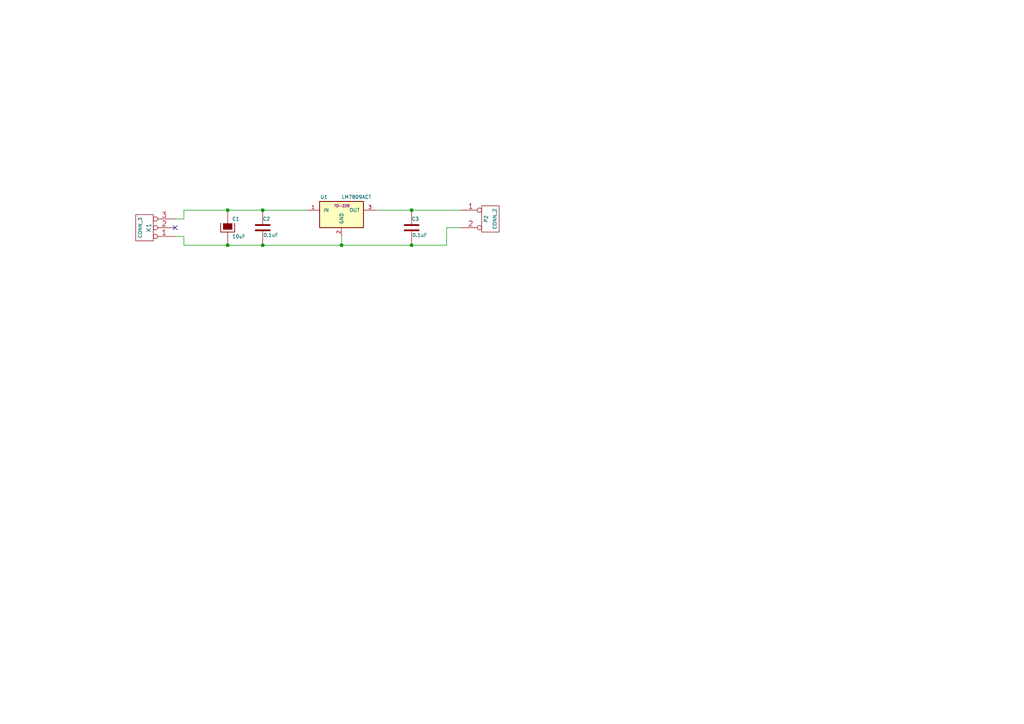
<source format=kicad_sch>
(kicad_sch (version 20230121) (generator eeschema)
  (paper "A4")
  (title_block (title "9V Power Adapator") (comment 1 "Quentin McDonald"))
  (lib_symbols
    (symbol "9VAdapator-rescue:C" (pin_numbers hide) (pin_names (offset 0.254))
      (property "Reference" "C" (at 0 2.54 0))
      (property "Value" "C" (at 0.1524 -2.159 0))
      (symbol "C_0_1"
        (polyline (pts (xy -2.032 -0.762) (xy 2.032 -0.762)) (stroke (width 0.508)))
        (polyline (pts (xy -2.032 0.762) (xy 2.032 0.762)) (stroke (width 0.508)))
      )
      (symbol "C_1_1"
        (pin passive line (at 0 5.08 270) (length 4.318) (name "~") (number "1"))
        (pin passive line (at 0 -5.08 90) (length 4.318) (name "~") (number "2"))
      )
    )
    (symbol "9VAdapator-rescue:CONN_2" (pin_names (offset 1.016) hide)
      (property "Reference" "P" (at -1.27 0 90))
      (property "Value" "CONN_2" (at 1.27 0 90))
      (symbol "CONN_2_0_1"
        (rectangle (start -2.54 3.81) (end 2.54 -3.81))
      )
      (symbol "CONN_2_1_1"
        (pin power_out inverted (at -8.89 2.54 0) (length 6.35) (name "VCC") (number "1"))
        (pin power_out inverted (at -8.89 -2.54 0) (length 6.35) (name "GND") (number "2"))
      )
    )
    (symbol "9VAdapator-rescue:CONN_3" (pin_names (offset 1.016) hide)
      (property "Reference" "K" (at -1.27 0 90))
      (property "Value" "CONN_3" (at 1.27 0 90))
      (symbol "CONN_3_0_1"
        (rectangle (start -2.54 3.81) (end 2.54 -3.81))
      )
      (symbol "CONN_3_1_1"
        (pin passive inverted (at -8.89 2.54 0) (length 6.35) (name "P1") (number "1"))
        (pin passive inverted (at -8.89 0 0) (length 6.35) (name "PM") (number "2"))
        (pin passive inverted (at -8.89 -2.54 0) (length 6.35) (name "P3") (number "3"))
      )
    )
    (symbol "9VAdapator-rescue:CP" (pin_numbers hide) (pin_names (offset 0.254) hide)
      (property "Reference" "C" (at 1.27 2.54 0))
      (property "Value" "CP" (at 1.27 -2.54 0))
      (symbol "CP_0_1"
        (polyline (pts (xy -2.032 1.27) (xy -2.032 -1.27) (xy 2.032 -1.27) (xy 2.032 1.27)) (stroke (width 0.2032)))
        (polyline (pts (xy -1.27 1.27) (xy -1.27 -0.508) (xy 1.27 -0.508) (xy 1.27 1.27)) (fill (type outline)))
      )
      (symbol "CP_1_1"
        (pin passive line (at 0 5.08 270) (length 3.81) (name "~") (number "1"))
        (pin passive line (at 0 -5.08 90) (length 3.81) (name "~") (number "2"))
      )
    )
    (symbol "9VAdapator-rescue:LM7809ACT" (pin_names (offset 1.016))
      (property "Reference" "U" (at -5.08 5.08 0))
      (property "Value" "LM7809ACT" (at 0 5.08 0))
      (property "Footprint" "TO-220" (at 0 2.54 0))
      (symbol "LM7809ACT_0_1"
        (rectangle (start -6.35 3.81) (end 6.35 -3.81) (stroke (width 0.254)) (fill (type background)))
      )
      (symbol "LM7809ACT_1_1"
        (pin input line (at -10.16 1.27 0) (length 3.81) (name "IN") (number "1"))
        (pin power_in line (at 0 -6.35 90) (length 2.54) (name "GND") (number "2"))
        (pin power_out line (at 10.16 1.27 180) (length 3.81) (name "OUT") (number "3"))
      )
    )
  )
  (junction (at 99.06 71.12))
  (junction (at 119.38 71.12))
  (junction (at 66.04 60.96))
  (junction (at 119.38 60.96))
  (junction (at 76.2 60.96))
  (junction (at 66.04 71.12))
  (junction (at 76.2 71.12))
  (no_connect (at 50.8 66.04))
  (wire (pts (xy 76.2 60.96) (xy 88.9 60.96)))
  (wire (pts (xy 53.34 71.12) (xy 66.04 71.12)))
  (wire (pts (xy 66.04 71.12) (xy 76.2 71.12)))
  (wire (pts (xy 53.34 60.96) (xy 66.04 60.96)))
  (wire (pts (xy 109.22 60.96) (xy 119.38 60.96)))
  (wire (pts (xy 50.8 68.58) (xy 53.34 68.58)))
  (wire (pts (xy 119.38 71.12) (xy 129.54 71.12)))
  (wire (pts (xy 76.2 71.12) (xy 99.06 71.12)))
  (wire (pts (xy 53.34 68.58) (xy 53.34 71.12)))
  (wire (pts (xy 50.8 63.5) (xy 53.34 63.5)))
  (wire (pts (xy 129.54 71.12) (xy 129.54 66.04)))
  (wire (pts (xy 99.06 68.58) (xy 99.06 71.12)))
  (wire (pts (xy 129.54 66.04) (xy 133.35 66.04)))
  (wire (pts (xy 119.38 60.96) (xy 133.35 60.96)))
  (wire (pts (xy 99.06 71.12) (xy 119.38 71.12)))
  (wire (pts (xy 66.04 60.96) (xy 76.2 60.96)))
  (wire (pts (xy 53.34 63.5) (xy 53.34 60.96)))
  (symbol (lib_id "9VAdapator-rescue:LM7809ACT") (at 99.06 62.23 0) (unit 1)
    (property "Reference" "U1" (at 93.98 57.15 0) (effects (font (size 1.016 1.016))))
    (property "Value" "LM7809ACT" (at 99.06 57.15 0) (effects (font (size 1.016 1.016)) (justify left)))
    (property "Footprint" "TO-220" (at 99.06 59.69 0) (effects (font (size 0.762 0.762) italic)))
  )
  (symbol (lib_id "9VAdapator-rescue:C") (at 119.38 66.04 0) (unit 1)
    (property "Reference" "C3" (at 119.38 63.5 0) (effects (font (size 1.016 1.016)) (justify left)))
    (property "Value" "0.1uF" (at 119.5324 68.199 0) (effects (font (size 1.016 1.016)) (justify left)))
  )
  (symbol (lib_id "9VAdapator-rescue:C") (at 76.2 66.04 0) (unit 1)
    (property "Reference" "C2" (at 76.2 63.5 0) (effects (font (size 1.016 1.016)) (justify left)))
    (property "Value" "0.1uF" (at 76.3524 68.199 0) (effects (font (size 1.016 1.016)) (justify left)))
  )
  (symbol (lib_id "9VAdapator-rescue:CP") (at 66.04 66.04 0) (unit 1)
    (property "Reference" "C1" (at 67.31 63.5 0) (effects (font (size 1.016 1.016)) (justify left)))
    (property "Value" "10uF" (at 67.31 68.58 0) (effects (font (size 1.016 1.016)) (justify left)))
  )
  (symbol (lib_id "9VAdapator-rescue:CONN_2") (at 142.24 63.5 0) (unit 1)
    (property "Reference" "P2" (at 140.97 63.5 90) (effects (font (size 1.016 1.016))))
    (property "Value" "CONN_2" (at 143.51 63.5 90) (effects (font (size 1.016 1.016))))
  )
  (symbol (lib_id "9VAdapator-rescue:CONN_3") (at 41.91 66.04 180) (unit 1)
    (property "Reference" "K1" (at 43.18 66.04 90))
    (property "Value" "CONN_3" (at 40.64 66.04 90) (effects (font (size 1.016 1.016))))
  )
)
</source>
